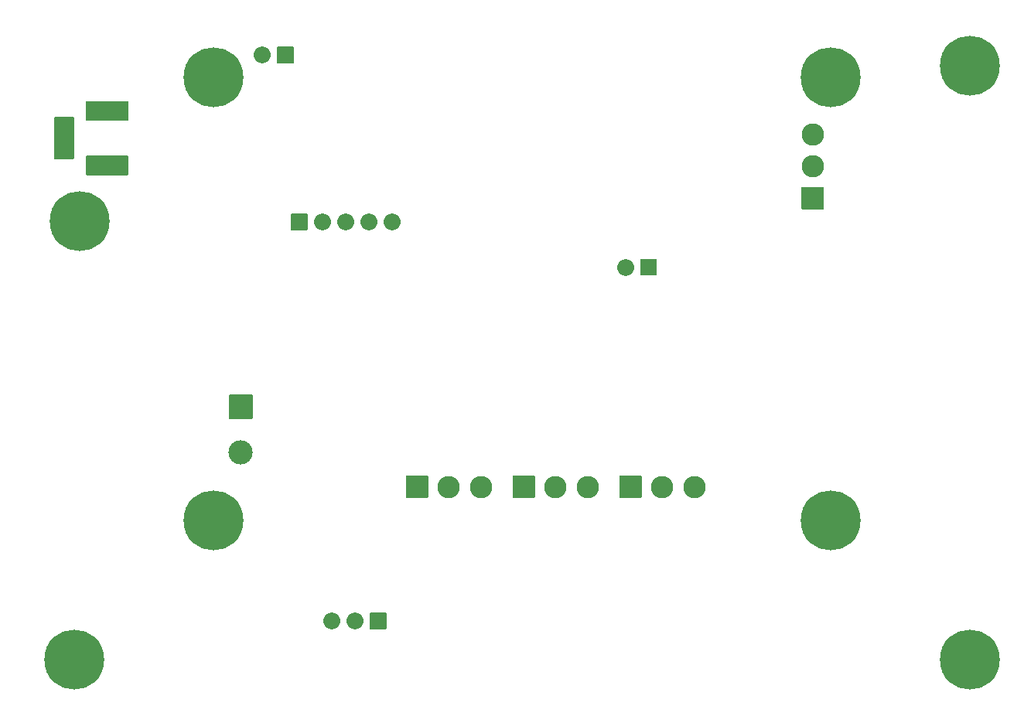
<source format=gbs>
G04 #@! TF.GenerationSoftware,KiCad,Pcbnew,6.0.2+dfsg-1*
G04 #@! TF.CreationDate,2023-06-22T08:15:56-06:00*
G04 #@! TF.ProjectId,ckt-soundplay-test,636b742d-736f-4756-9e64-706c61792d74,rev?*
G04 #@! TF.SameCoordinates,Original*
G04 #@! TF.FileFunction,Soldermask,Bot*
G04 #@! TF.FilePolarity,Negative*
%FSLAX46Y46*%
G04 Gerber Fmt 4.6, Leading zero omitted, Abs format (unit mm)*
G04 Created by KiCad (PCBNEW 6.0.2+dfsg-1) date 2023-06-22 08:15:56*
%MOMM*%
%LPD*%
G01*
G04 APERTURE LIST*
%ADD10C,2.652400*%
%ADD11C,2.452400*%
%ADD12C,6.552400*%
%ADD13O,1.852400X1.852400*%
G04 APERTURE END LIST*
G36*
G01*
X107670000Y-83549800D02*
X110170000Y-83549800D01*
G75*
G02*
X110246200Y-83626000I0J-76200D01*
G01*
X110246200Y-86126000D01*
G75*
G02*
X110170000Y-86202200I-76200J0D01*
G01*
X107670000Y-86202200D01*
G75*
G02*
X107593800Y-86126000I0J76200D01*
G01*
X107593800Y-83626000D01*
G75*
G02*
X107670000Y-83549800I76200J0D01*
G01*
G37*
D10*
X108920000Y-89876000D03*
G36*
G01*
X126972800Y-94807000D02*
X126972800Y-92507000D01*
G75*
G02*
X127049000Y-92430800I76200J0D01*
G01*
X129349000Y-92430800D01*
G75*
G02*
X129425200Y-92507000I0J-76200D01*
G01*
X129425200Y-94807000D01*
G75*
G02*
X129349000Y-94883200I-76200J0D01*
G01*
X127049000Y-94883200D01*
G75*
G02*
X126972800Y-94807000I0J76200D01*
G01*
G37*
D11*
X131699000Y-93657000D03*
X135199000Y-93657000D03*
D12*
X173482000Y-97282000D03*
X90678000Y-112522000D03*
X173482000Y-48768000D03*
G36*
G01*
X123102000Y-107404800D02*
X124802000Y-107404800D01*
G75*
G02*
X124878200Y-107481000I0J-76200D01*
G01*
X124878200Y-109181000D01*
G75*
G02*
X124802000Y-109257200I-76200J0D01*
G01*
X123102000Y-109257200D01*
G75*
G02*
X123025800Y-109181000I0J76200D01*
G01*
X123025800Y-107481000D01*
G75*
G02*
X123102000Y-107404800I76200J0D01*
G01*
G37*
D13*
X121412000Y-108331000D03*
X118872000Y-108331000D03*
G36*
G01*
X138656800Y-94807000D02*
X138656800Y-92507000D01*
G75*
G02*
X138733000Y-92430800I76200J0D01*
G01*
X141033000Y-92430800D01*
G75*
G02*
X141109200Y-92507000I0J-76200D01*
G01*
X141109200Y-94807000D01*
G75*
G02*
X141033000Y-94883200I-76200J0D01*
G01*
X138733000Y-94883200D01*
G75*
G02*
X138656800Y-94807000I0J76200D01*
G01*
G37*
D11*
X143383000Y-93657000D03*
X146883000Y-93657000D03*
G36*
G01*
X172658000Y-63273200D02*
X170358000Y-63273200D01*
G75*
G02*
X170281800Y-63197000I0J76200D01*
G01*
X170281800Y-60897000D01*
G75*
G02*
X170358000Y-60820800I76200J0D01*
G01*
X172658000Y-60820800D01*
G75*
G02*
X172734200Y-60897000I0J-76200D01*
G01*
X172734200Y-63197000D01*
G75*
G02*
X172658000Y-63273200I-76200J0D01*
G01*
G37*
X171508000Y-58547000D03*
X171508000Y-55047000D03*
D12*
X188722000Y-112522000D03*
G36*
G01*
X112947000Y-45428800D02*
X114647000Y-45428800D01*
G75*
G02*
X114723200Y-45505000I0J-76200D01*
G01*
X114723200Y-47205000D01*
G75*
G02*
X114647000Y-47281200I-76200J0D01*
G01*
X112947000Y-47281200D01*
G75*
G02*
X112870800Y-47205000I0J76200D01*
G01*
X112870800Y-45505000D01*
G75*
G02*
X112947000Y-45428800I76200J0D01*
G01*
G37*
D13*
X111257000Y-46355000D03*
G36*
G01*
X152698000Y-68669800D02*
X154398000Y-68669800D01*
G75*
G02*
X154474200Y-68746000I0J-76200D01*
G01*
X154474200Y-70446000D01*
G75*
G02*
X154398000Y-70522200I-76200J0D01*
G01*
X152698000Y-70522200D01*
G75*
G02*
X152621800Y-70446000I0J76200D01*
G01*
X152621800Y-68746000D01*
G75*
G02*
X152698000Y-68669800I76200J0D01*
G01*
G37*
X151008000Y-69596000D03*
D12*
X91313000Y-64516000D03*
X105918000Y-97282000D03*
X105918000Y-48768000D03*
G36*
G01*
X91949800Y-59470000D02*
X91949800Y-57470000D01*
G75*
G02*
X92026000Y-57393800I76200J0D01*
G01*
X96526000Y-57393800D01*
G75*
G02*
X96602200Y-57470000I0J-76200D01*
G01*
X96602200Y-59470000D01*
G75*
G02*
X96526000Y-59546200I-76200J0D01*
G01*
X92026000Y-59546200D01*
G75*
G02*
X91949800Y-59470000I0J76200D01*
G01*
G37*
G36*
G01*
X91949800Y-53470000D02*
X91949800Y-51470000D01*
G75*
G02*
X92026000Y-51393800I76200J0D01*
G01*
X96526000Y-51393800D01*
G75*
G02*
X96602200Y-51470000I0J-76200D01*
G01*
X96602200Y-53470000D01*
G75*
G02*
X96526000Y-53546200I-76200J0D01*
G01*
X92026000Y-53546200D01*
G75*
G02*
X91949800Y-53470000I0J76200D01*
G01*
G37*
G36*
G01*
X88499800Y-57720000D02*
X88499800Y-53220000D01*
G75*
G02*
X88576000Y-53143800I76200J0D01*
G01*
X90576000Y-53143800D01*
G75*
G02*
X90652200Y-53220000I0J-76200D01*
G01*
X90652200Y-57720000D01*
G75*
G02*
X90576000Y-57796200I-76200J0D01*
G01*
X88576000Y-57796200D01*
G75*
G02*
X88499800Y-57720000I0J76200D01*
G01*
G37*
X188722000Y-47498000D03*
G36*
G01*
X150340800Y-94807000D02*
X150340800Y-92507000D01*
G75*
G02*
X150417000Y-92430800I76200J0D01*
G01*
X152717000Y-92430800D01*
G75*
G02*
X152793200Y-92507000I0J-76200D01*
G01*
X152793200Y-94807000D01*
G75*
G02*
X152717000Y-94883200I-76200J0D01*
G01*
X150417000Y-94883200D01*
G75*
G02*
X150340800Y-94807000I0J76200D01*
G01*
G37*
D11*
X155067000Y-93657000D03*
X158567000Y-93657000D03*
G36*
G01*
X116166000Y-65569200D02*
X114466000Y-65569200D01*
G75*
G02*
X114389800Y-65493000I0J76200D01*
G01*
X114389800Y-63793000D01*
G75*
G02*
X114466000Y-63716800I76200J0D01*
G01*
X116166000Y-63716800D01*
G75*
G02*
X116242200Y-63793000I0J-76200D01*
G01*
X116242200Y-65493000D01*
G75*
G02*
X116166000Y-65569200I-76200J0D01*
G01*
G37*
D13*
X117856000Y-64643000D03*
X120396000Y-64643000D03*
X122936000Y-64643000D03*
X125476000Y-64643000D03*
M02*

</source>
